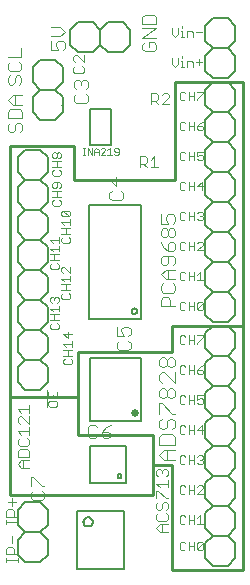
<source format=gto>
G75*
%MOIN*%
%OFA0B0*%
%FSLAX25Y25*%
%IPPOS*%
%LPD*%
%AMOC8*
5,1,8,0,0,1.08239X$1,22.5*
%
%ADD10C,0.00400*%
%ADD11C,0.00300*%
%ADD12C,0.00600*%
%ADD13C,0.01000*%
%ADD14C,0.00500*%
%ADD15C,0.00800*%
%ADD16C,0.02559*%
%ADD17C,0.00200*%
D10*
X0011297Y0026742D02*
X0014366Y0026742D01*
X0015133Y0027509D01*
X0015133Y0029044D01*
X0014366Y0029811D01*
X0014366Y0031346D02*
X0015133Y0031346D01*
X0014366Y0031346D02*
X0011297Y0034415D01*
X0010529Y0034415D01*
X0010529Y0031346D01*
X0011297Y0029811D02*
X0010529Y0029044D01*
X0010529Y0027509D01*
X0011297Y0026742D01*
X0030343Y0047200D02*
X0029575Y0047967D01*
X0029575Y0051037D01*
X0030343Y0051804D01*
X0031877Y0051804D01*
X0032645Y0051037D01*
X0034179Y0049502D02*
X0036481Y0049502D01*
X0037249Y0048735D01*
X0037249Y0047967D01*
X0036481Y0047200D01*
X0034947Y0047200D01*
X0034179Y0047967D01*
X0034179Y0049502D01*
X0035714Y0051037D01*
X0037249Y0051804D01*
X0032645Y0047967D02*
X0031877Y0047200D01*
X0030343Y0047200D01*
X0040047Y0076742D02*
X0043116Y0076742D01*
X0043883Y0077509D01*
X0043883Y0079044D01*
X0043116Y0079811D01*
X0043116Y0081346D02*
X0043883Y0082113D01*
X0043883Y0083648D01*
X0043116Y0084415D01*
X0041581Y0084415D01*
X0040814Y0083648D01*
X0040814Y0082881D01*
X0041581Y0081346D01*
X0039279Y0081346D01*
X0039279Y0084415D01*
X0040047Y0079811D02*
X0039279Y0079044D01*
X0039279Y0077509D01*
X0040047Y0076742D01*
X0053429Y0073491D02*
X0053429Y0071756D01*
X0054296Y0070888D01*
X0055164Y0070888D01*
X0056031Y0071756D01*
X0056031Y0073491D01*
X0056899Y0074358D01*
X0057766Y0074358D01*
X0058633Y0073491D01*
X0058633Y0071756D01*
X0057766Y0070888D01*
X0056899Y0070888D01*
X0056031Y0071756D01*
X0056031Y0073491D02*
X0055164Y0074358D01*
X0054296Y0074358D01*
X0053429Y0073491D01*
X0054296Y0069202D02*
X0053429Y0068334D01*
X0053429Y0066599D01*
X0054296Y0065732D01*
X0054296Y0064045D02*
X0055164Y0064045D01*
X0056031Y0063178D01*
X0056031Y0061443D01*
X0055164Y0060576D01*
X0054296Y0060576D01*
X0053429Y0061443D01*
X0053429Y0063178D01*
X0054296Y0064045D01*
X0056031Y0063178D02*
X0056899Y0064045D01*
X0057766Y0064045D01*
X0058633Y0063178D01*
X0058633Y0061443D01*
X0057766Y0060576D01*
X0056899Y0060576D01*
X0056031Y0061443D01*
X0054296Y0058889D02*
X0057766Y0055419D01*
X0058633Y0055419D01*
X0057766Y0053732D02*
X0058633Y0052865D01*
X0058633Y0051130D01*
X0057766Y0050263D01*
X0057766Y0048576D02*
X0054296Y0048576D01*
X0053429Y0047709D01*
X0053429Y0045106D01*
X0058633Y0045106D01*
X0058633Y0047709D01*
X0057766Y0048576D01*
X0056031Y0051130D02*
X0056031Y0052865D01*
X0056899Y0053732D01*
X0057766Y0053732D01*
X0056031Y0051130D02*
X0055164Y0050263D01*
X0054296Y0050263D01*
X0053429Y0051130D01*
X0053429Y0052865D01*
X0054296Y0053732D01*
X0053429Y0055419D02*
X0053429Y0058889D01*
X0054296Y0058889D01*
X0058633Y0065732D02*
X0055164Y0069202D01*
X0054296Y0069202D01*
X0058633Y0069202D02*
X0058633Y0065732D01*
X0058633Y0043420D02*
X0055164Y0043420D01*
X0053429Y0041685D01*
X0055164Y0039950D01*
X0058633Y0039950D01*
X0056031Y0039950D02*
X0056031Y0043420D01*
X0057099Y0091200D02*
X0057099Y0093502D01*
X0056331Y0094269D01*
X0054797Y0094269D01*
X0054029Y0093502D01*
X0054029Y0091200D01*
X0058633Y0091200D01*
X0057866Y0095804D02*
X0058633Y0096571D01*
X0058633Y0098106D01*
X0057866Y0098873D01*
X0058633Y0100408D02*
X0055564Y0100408D01*
X0054029Y0101942D01*
X0055564Y0103477D01*
X0058633Y0103477D01*
X0057866Y0105012D02*
X0058633Y0105779D01*
X0058633Y0107314D01*
X0057866Y0108081D01*
X0054797Y0108081D01*
X0054029Y0107314D01*
X0054029Y0105779D01*
X0054797Y0105012D01*
X0055564Y0105012D01*
X0056331Y0105779D01*
X0056331Y0108081D01*
X0056331Y0109616D02*
X0056331Y0111918D01*
X0057099Y0112685D01*
X0057866Y0112685D01*
X0058633Y0111918D01*
X0058633Y0110383D01*
X0057866Y0109616D01*
X0056331Y0109616D01*
X0054797Y0111150D01*
X0054029Y0112685D01*
X0054797Y0114220D02*
X0054029Y0114987D01*
X0054029Y0116522D01*
X0054797Y0117289D01*
X0055564Y0117289D01*
X0056331Y0116522D01*
X0056331Y0114987D01*
X0055564Y0114220D01*
X0054797Y0114220D01*
X0056331Y0114987D02*
X0057099Y0114220D01*
X0057866Y0114220D01*
X0058633Y0114987D01*
X0058633Y0116522D01*
X0057866Y0117289D01*
X0057099Y0117289D01*
X0056331Y0116522D01*
X0056331Y0118824D02*
X0055564Y0120358D01*
X0055564Y0121126D01*
X0056331Y0121893D01*
X0057866Y0121893D01*
X0058633Y0121126D01*
X0058633Y0119591D01*
X0057866Y0118824D01*
X0056331Y0118824D02*
X0054029Y0118824D01*
X0054029Y0121893D01*
X0056331Y0103477D02*
X0056331Y0100408D01*
X0054797Y0098873D02*
X0054029Y0098106D01*
X0054029Y0096571D01*
X0054797Y0095804D01*
X0057866Y0095804D01*
X0040616Y0126742D02*
X0041383Y0127509D01*
X0041383Y0129044D01*
X0040616Y0129811D01*
X0039081Y0131346D02*
X0039081Y0134415D01*
X0036779Y0133648D02*
X0039081Y0131346D01*
X0037547Y0129811D02*
X0036779Y0129044D01*
X0036779Y0127509D01*
X0037547Y0126742D01*
X0040616Y0126742D01*
X0041383Y0133648D02*
X0036779Y0133648D01*
X0028866Y0158950D02*
X0029633Y0159717D01*
X0029633Y0161252D01*
X0028866Y0162019D01*
X0028866Y0163554D02*
X0029633Y0164321D01*
X0029633Y0165856D01*
X0028866Y0166623D01*
X0028099Y0166623D01*
X0027331Y0165856D01*
X0027331Y0165089D01*
X0027331Y0165856D02*
X0026564Y0166623D01*
X0025797Y0166623D01*
X0025029Y0165856D01*
X0025029Y0164321D01*
X0025797Y0163554D01*
X0025797Y0162019D02*
X0025029Y0161252D01*
X0025029Y0159717D01*
X0025797Y0158950D01*
X0028866Y0158950D01*
X0021190Y0176670D02*
X0021957Y0177437D01*
X0021957Y0178971D01*
X0021190Y0179739D01*
X0019655Y0179739D01*
X0018888Y0178971D01*
X0018888Y0178204D01*
X0019655Y0176670D01*
X0017353Y0176670D01*
X0017353Y0179739D01*
X0017353Y0181273D02*
X0020423Y0181273D01*
X0021957Y0182808D01*
X0020423Y0184343D01*
X0017353Y0184343D01*
X0007503Y0177414D02*
X0007503Y0174344D01*
X0002899Y0174344D01*
X0003666Y0172810D02*
X0002899Y0172042D01*
X0002899Y0170508D01*
X0003666Y0169740D01*
X0006735Y0169740D01*
X0007503Y0170508D01*
X0007503Y0172042D01*
X0006735Y0172810D01*
X0006735Y0168206D02*
X0005968Y0168206D01*
X0005201Y0167438D01*
X0005201Y0165904D01*
X0004433Y0165136D01*
X0003666Y0165136D01*
X0002899Y0165904D01*
X0002899Y0167438D01*
X0003666Y0168206D01*
X0006735Y0168206D02*
X0007503Y0167438D01*
X0007503Y0165904D01*
X0006735Y0165136D01*
X0007627Y0161551D02*
X0004558Y0161551D01*
X0003024Y0160016D01*
X0004558Y0158482D01*
X0007627Y0158482D01*
X0006860Y0156947D02*
X0003791Y0156947D01*
X0003024Y0156180D01*
X0003024Y0153878D01*
X0007627Y0153878D01*
X0007627Y0156180D01*
X0006860Y0156947D01*
X0005326Y0158482D02*
X0005326Y0161551D01*
X0006093Y0152343D02*
X0006860Y0152343D01*
X0007627Y0151576D01*
X0007627Y0150041D01*
X0006860Y0149274D01*
X0005326Y0150041D02*
X0005326Y0151576D01*
X0006093Y0152343D01*
X0005326Y0150041D02*
X0004558Y0149274D01*
X0003791Y0149274D01*
X0003024Y0150041D01*
X0003024Y0151576D01*
X0003791Y0152343D01*
X0047779Y0176967D02*
X0048547Y0176200D01*
X0051616Y0176200D01*
X0052383Y0176967D01*
X0052383Y0178502D01*
X0051616Y0179269D01*
X0050081Y0179269D01*
X0050081Y0177735D01*
X0048547Y0179269D02*
X0047779Y0178502D01*
X0047779Y0176967D01*
X0047779Y0180804D02*
X0052383Y0183873D01*
X0047779Y0183873D01*
X0047779Y0185408D02*
X0047779Y0187710D01*
X0048547Y0188477D01*
X0051616Y0188477D01*
X0052383Y0187710D01*
X0052383Y0185408D01*
X0047779Y0185408D01*
X0047779Y0180804D02*
X0052383Y0180804D01*
D11*
X0002480Y0007384D02*
X0002480Y0006150D01*
X0002480Y0006767D02*
X0006183Y0006767D01*
X0006183Y0006150D02*
X0006183Y0007384D01*
X0006183Y0008605D02*
X0002480Y0008605D01*
X0002480Y0010457D01*
X0003097Y0011074D01*
X0004332Y0011074D01*
X0004949Y0010457D01*
X0004949Y0008605D01*
X0004332Y0012289D02*
X0004332Y0014757D01*
X0006183Y0018650D02*
X0006183Y0019884D01*
X0006183Y0019267D02*
X0002480Y0019267D01*
X0002480Y0018650D02*
X0002480Y0019884D01*
X0002480Y0021105D02*
X0002480Y0022957D01*
X0003097Y0023574D01*
X0004332Y0023574D01*
X0004949Y0022957D01*
X0004949Y0021105D01*
X0006183Y0021105D02*
X0002480Y0021105D01*
X0004332Y0024789D02*
X0004332Y0027257D01*
X0003097Y0026023D02*
X0005566Y0026023D01*
X0007465Y0037400D02*
X0006230Y0038634D01*
X0007465Y0039869D01*
X0009933Y0039869D01*
X0009933Y0041083D02*
X0009933Y0042935D01*
X0009316Y0043552D01*
X0006847Y0043552D01*
X0006230Y0042935D01*
X0006230Y0041083D01*
X0009933Y0041083D01*
X0008082Y0039869D02*
X0008082Y0037400D01*
X0007465Y0037400D02*
X0009933Y0037400D01*
X0009316Y0044766D02*
X0006847Y0044766D01*
X0006230Y0045383D01*
X0006230Y0046618D01*
X0006847Y0047235D01*
X0007465Y0048449D02*
X0006230Y0049684D01*
X0009933Y0049684D01*
X0009933Y0050918D02*
X0009933Y0048449D01*
X0009316Y0047235D02*
X0009933Y0046618D01*
X0009933Y0045383D01*
X0009316Y0044766D01*
X0009933Y0052133D02*
X0007465Y0054601D01*
X0006847Y0054601D01*
X0006230Y0053984D01*
X0006230Y0052750D01*
X0006847Y0052133D01*
X0007465Y0055816D02*
X0006230Y0057050D01*
X0009933Y0057050D01*
X0009933Y0055816D02*
X0009933Y0058284D01*
X0009933Y0054601D02*
X0009933Y0052133D01*
X0015883Y0057607D02*
X0015883Y0063500D01*
X0016481Y0062638D02*
X0016481Y0060703D01*
X0019383Y0060703D01*
X0019383Y0062638D01*
X0018900Y0059692D02*
X0016965Y0059692D01*
X0016481Y0059208D01*
X0016481Y0058241D01*
X0016965Y0057757D01*
X0018900Y0057757D01*
X0019383Y0058241D01*
X0019383Y0059208D01*
X0018900Y0059692D01*
X0017932Y0060703D02*
X0017932Y0061671D01*
X0021965Y0071864D02*
X0021481Y0072348D01*
X0021481Y0073315D01*
X0021965Y0073799D01*
X0021481Y0074810D02*
X0024383Y0074810D01*
X0023900Y0073799D02*
X0024383Y0073315D01*
X0024383Y0072348D01*
X0023900Y0071864D01*
X0021965Y0071864D01*
X0022932Y0074810D02*
X0022932Y0076745D01*
X0022448Y0077757D02*
X0021481Y0078724D01*
X0024383Y0078724D01*
X0024383Y0077757D02*
X0024383Y0079692D01*
X0024383Y0082155D02*
X0021481Y0082155D01*
X0022932Y0080703D01*
X0022932Y0082638D01*
X0021481Y0076745D02*
X0024383Y0076745D01*
X0019450Y0083650D02*
X0019933Y0084134D01*
X0019933Y0085101D01*
X0019450Y0085585D01*
X0019933Y0086597D02*
X0017031Y0086597D01*
X0017515Y0085585D02*
X0017031Y0085101D01*
X0017031Y0084134D01*
X0017515Y0083650D01*
X0019450Y0083650D01*
X0018482Y0086597D02*
X0018482Y0088531D01*
X0017998Y0089543D02*
X0017031Y0090511D01*
X0019933Y0090511D01*
X0019933Y0091478D02*
X0019933Y0089543D01*
X0019933Y0088531D02*
X0017031Y0088531D01*
X0017515Y0092490D02*
X0017031Y0092973D01*
X0017031Y0093941D01*
X0017515Y0094425D01*
X0017998Y0094425D01*
X0018482Y0093941D01*
X0018966Y0094425D01*
X0019450Y0094425D01*
X0019933Y0093941D01*
X0019933Y0092973D01*
X0019450Y0092490D01*
X0018482Y0093457D02*
X0018482Y0093941D01*
X0020781Y0094134D02*
X0021265Y0093650D01*
X0023200Y0093650D01*
X0023683Y0094134D01*
X0023683Y0095101D01*
X0023200Y0095585D01*
X0023683Y0096597D02*
X0020781Y0096597D01*
X0021265Y0095585D02*
X0020781Y0095101D01*
X0020781Y0094134D01*
X0022232Y0096597D02*
X0022232Y0098531D01*
X0021748Y0099543D02*
X0020781Y0100511D01*
X0023683Y0100511D01*
X0023683Y0101478D02*
X0023683Y0099543D01*
X0023683Y0098531D02*
X0020781Y0098531D01*
X0021265Y0102490D02*
X0020781Y0102973D01*
X0020781Y0103941D01*
X0021265Y0104425D01*
X0021748Y0104425D01*
X0023683Y0102490D01*
X0023683Y0104425D01*
X0023200Y0112400D02*
X0021265Y0112400D01*
X0020781Y0112884D01*
X0020781Y0113851D01*
X0021265Y0114335D01*
X0020781Y0115347D02*
X0023683Y0115347D01*
X0023200Y0114335D02*
X0023683Y0113851D01*
X0023683Y0112884D01*
X0023200Y0112400D01*
X0022232Y0115347D02*
X0022232Y0117281D01*
X0021748Y0118293D02*
X0020781Y0119261D01*
X0023683Y0119261D01*
X0023683Y0120228D02*
X0023683Y0118293D01*
X0023683Y0117281D02*
X0020781Y0117281D01*
X0019933Y0114425D02*
X0019933Y0112490D01*
X0019933Y0113457D02*
X0017031Y0113457D01*
X0017998Y0112490D01*
X0017031Y0110511D02*
X0019933Y0110511D01*
X0019933Y0111478D02*
X0019933Y0109543D01*
X0019933Y0108531D02*
X0017031Y0108531D01*
X0017998Y0109543D02*
X0017031Y0110511D01*
X0018482Y0108531D02*
X0018482Y0106597D01*
X0019450Y0105585D02*
X0019933Y0105101D01*
X0019933Y0104134D01*
X0019450Y0103650D01*
X0017515Y0103650D01*
X0017031Y0104134D01*
X0017031Y0105101D01*
X0017515Y0105585D01*
X0017031Y0106597D02*
X0019933Y0106597D01*
X0021265Y0121240D02*
X0020781Y0121723D01*
X0020781Y0122691D01*
X0021265Y0123175D01*
X0023200Y0121240D01*
X0023683Y0121723D01*
X0023683Y0122691D01*
X0023200Y0123175D01*
X0021265Y0123175D01*
X0021265Y0121240D02*
X0023200Y0121240D01*
X0020150Y0124810D02*
X0020633Y0125294D01*
X0020633Y0126262D01*
X0020150Y0126745D01*
X0020633Y0127757D02*
X0017731Y0127757D01*
X0018215Y0126745D02*
X0017731Y0126262D01*
X0017731Y0125294D01*
X0018215Y0124810D01*
X0020150Y0124810D01*
X0019182Y0127757D02*
X0019182Y0129692D01*
X0018698Y0130703D02*
X0019182Y0131187D01*
X0019182Y0132638D01*
X0018215Y0132638D02*
X0017731Y0132155D01*
X0017731Y0131187D01*
X0018215Y0130703D01*
X0018698Y0130703D01*
X0017731Y0129692D02*
X0020633Y0129692D01*
X0020150Y0130703D02*
X0020633Y0131187D01*
X0020633Y0132155D01*
X0020150Y0132638D01*
X0018215Y0132638D01*
X0018215Y0134810D02*
X0020150Y0134810D01*
X0020633Y0135294D01*
X0020633Y0136262D01*
X0020150Y0136745D01*
X0020633Y0137757D02*
X0017731Y0137757D01*
X0018215Y0136745D02*
X0017731Y0136262D01*
X0017731Y0135294D01*
X0018215Y0134810D01*
X0019182Y0137757D02*
X0019182Y0139692D01*
X0018698Y0140703D02*
X0018215Y0140703D01*
X0017731Y0141187D01*
X0017731Y0142155D01*
X0018215Y0142638D01*
X0018698Y0142638D01*
X0019182Y0142155D01*
X0019182Y0141187D01*
X0018698Y0140703D01*
X0019182Y0141187D02*
X0019666Y0140703D01*
X0020150Y0140703D01*
X0020633Y0141187D01*
X0020633Y0142155D01*
X0020150Y0142638D01*
X0019666Y0142638D01*
X0019182Y0142155D01*
X0017731Y0139692D02*
X0020633Y0139692D01*
X0025347Y0168900D02*
X0027816Y0168900D01*
X0028433Y0169517D01*
X0028433Y0170752D01*
X0027816Y0171369D01*
X0028433Y0172583D02*
X0028433Y0175052D01*
X0025965Y0175052D02*
X0028433Y0172583D01*
X0025965Y0175052D02*
X0025347Y0175052D01*
X0024730Y0174435D01*
X0024730Y0173200D01*
X0025347Y0172583D01*
X0025347Y0171369D02*
X0024730Y0170752D01*
X0024730Y0169517D01*
X0025347Y0168900D01*
X0046855Y0141266D02*
X0046855Y0137563D01*
X0046855Y0138797D02*
X0048706Y0138797D01*
X0049324Y0139414D01*
X0049324Y0140649D01*
X0048706Y0141266D01*
X0046855Y0141266D01*
X0048089Y0138797D02*
X0049324Y0137563D01*
X0050538Y0137563D02*
X0053007Y0137563D01*
X0051772Y0137563D02*
X0051772Y0141266D01*
X0050538Y0140032D01*
X0050620Y0158613D02*
X0050620Y0162317D01*
X0052472Y0162317D01*
X0053089Y0161699D01*
X0053089Y0160465D01*
X0052472Y0159848D01*
X0050620Y0159848D01*
X0051854Y0159848D02*
X0053089Y0158613D01*
X0054303Y0158613D02*
X0056772Y0161082D01*
X0056772Y0161699D01*
X0056155Y0162317D01*
X0054920Y0162317D01*
X0054303Y0161699D01*
X0054303Y0158613D02*
X0056772Y0158613D01*
X0060233Y0160384D02*
X0060717Y0159900D01*
X0061685Y0159900D01*
X0062168Y0160384D01*
X0063180Y0159900D02*
X0063180Y0162802D01*
X0062168Y0162319D02*
X0061685Y0162802D01*
X0060717Y0162802D01*
X0060233Y0162319D01*
X0060233Y0160384D01*
X0063180Y0161351D02*
X0065115Y0161351D01*
X0065115Y0162802D02*
X0065115Y0159900D01*
X0066126Y0159900D02*
X0066126Y0160384D01*
X0068061Y0162319D01*
X0068061Y0162802D01*
X0066126Y0162802D01*
X0064579Y0171150D02*
X0064579Y0172601D01*
X0064095Y0173085D01*
X0062644Y0173085D01*
X0062644Y0171150D01*
X0061647Y0171150D02*
X0060680Y0171150D01*
X0061164Y0171150D02*
X0061164Y0173085D01*
X0060680Y0173085D01*
X0061164Y0174052D02*
X0061164Y0174536D01*
X0059668Y0174052D02*
X0059668Y0172117D01*
X0058701Y0171150D01*
X0057733Y0172117D01*
X0057733Y0174052D01*
X0058701Y0181150D02*
X0057733Y0182117D01*
X0057733Y0184052D01*
X0059668Y0182117D02*
X0058701Y0181150D01*
X0059668Y0182117D02*
X0059668Y0184052D01*
X0060680Y0183085D02*
X0061164Y0183085D01*
X0061164Y0181150D01*
X0061647Y0181150D02*
X0060680Y0181150D01*
X0061164Y0184052D02*
X0061164Y0184536D01*
X0062644Y0183085D02*
X0062644Y0181150D01*
X0062644Y0183085D02*
X0064095Y0183085D01*
X0064579Y0182601D01*
X0064579Y0181150D01*
X0065591Y0182601D02*
X0067526Y0182601D01*
X0066558Y0173569D02*
X0066558Y0171634D01*
X0065591Y0172601D02*
X0067526Y0172601D01*
X0068061Y0152802D02*
X0067094Y0152319D01*
X0066126Y0151351D01*
X0067578Y0151351D01*
X0068061Y0150867D01*
X0068061Y0150384D01*
X0067578Y0149900D01*
X0066610Y0149900D01*
X0066126Y0150384D01*
X0066126Y0151351D01*
X0065115Y0151351D02*
X0063180Y0151351D01*
X0062168Y0150384D02*
X0061685Y0149900D01*
X0060717Y0149900D01*
X0060233Y0150384D01*
X0060233Y0152319D01*
X0060717Y0152802D01*
X0061685Y0152802D01*
X0062168Y0152319D01*
X0063180Y0152802D02*
X0063180Y0149900D01*
X0065115Y0149900D02*
X0065115Y0152802D01*
X0065115Y0142802D02*
X0065115Y0139900D01*
X0065115Y0141351D02*
X0063180Y0141351D01*
X0062168Y0140384D02*
X0061685Y0139900D01*
X0060717Y0139900D01*
X0060233Y0140384D01*
X0060233Y0142319D01*
X0060717Y0142802D01*
X0061685Y0142802D01*
X0062168Y0142319D01*
X0063180Y0142802D02*
X0063180Y0139900D01*
X0066126Y0140384D02*
X0066610Y0139900D01*
X0067578Y0139900D01*
X0068061Y0140384D01*
X0068061Y0141351D01*
X0067578Y0141835D01*
X0067094Y0141835D01*
X0066126Y0141351D01*
X0066126Y0142802D01*
X0068061Y0142802D01*
X0067578Y0132802D02*
X0066126Y0131351D01*
X0068061Y0131351D01*
X0067578Y0129900D02*
X0067578Y0132802D01*
X0065115Y0132802D02*
X0065115Y0129900D01*
X0065115Y0131351D02*
X0063180Y0131351D01*
X0062168Y0130384D02*
X0061685Y0129900D01*
X0060717Y0129900D01*
X0060233Y0130384D01*
X0060233Y0132319D01*
X0060717Y0132802D01*
X0061685Y0132802D01*
X0062168Y0132319D01*
X0063180Y0132802D02*
X0063180Y0129900D01*
X0063180Y0122802D02*
X0063180Y0119900D01*
X0062168Y0120384D02*
X0061685Y0119900D01*
X0060717Y0119900D01*
X0060233Y0120384D01*
X0060233Y0122319D01*
X0060717Y0122802D01*
X0061685Y0122802D01*
X0062168Y0122319D01*
X0063180Y0121351D02*
X0065115Y0121351D01*
X0065115Y0122802D02*
X0065115Y0119900D01*
X0066126Y0120384D02*
X0066610Y0119900D01*
X0067578Y0119900D01*
X0068061Y0120384D01*
X0068061Y0120867D01*
X0067578Y0121351D01*
X0067094Y0121351D01*
X0067578Y0121351D02*
X0068061Y0121835D01*
X0068061Y0122319D01*
X0067578Y0122802D01*
X0066610Y0122802D01*
X0066126Y0122319D01*
X0066610Y0112802D02*
X0066126Y0112319D01*
X0066610Y0112802D02*
X0067578Y0112802D01*
X0068061Y0112319D01*
X0068061Y0111835D01*
X0066126Y0109900D01*
X0068061Y0109900D01*
X0065115Y0109900D02*
X0065115Y0112802D01*
X0065115Y0111351D02*
X0063180Y0111351D01*
X0062168Y0110384D02*
X0061685Y0109900D01*
X0060717Y0109900D01*
X0060233Y0110384D01*
X0060233Y0112319D01*
X0060717Y0112802D01*
X0061685Y0112802D01*
X0062168Y0112319D01*
X0063180Y0112802D02*
X0063180Y0109900D01*
X0063180Y0102802D02*
X0063180Y0099900D01*
X0062168Y0100384D02*
X0061685Y0099900D01*
X0060717Y0099900D01*
X0060233Y0100384D01*
X0060233Y0102319D01*
X0060717Y0102802D01*
X0061685Y0102802D01*
X0062168Y0102319D01*
X0063180Y0101351D02*
X0065115Y0101351D01*
X0065115Y0102802D02*
X0065115Y0099900D01*
X0066126Y0099900D02*
X0068061Y0099900D01*
X0067094Y0099900D02*
X0067094Y0102802D01*
X0066126Y0101835D01*
X0066610Y0092802D02*
X0067578Y0092802D01*
X0068061Y0092319D01*
X0066126Y0090384D01*
X0066610Y0089900D01*
X0067578Y0089900D01*
X0068061Y0090384D01*
X0068061Y0092319D01*
X0066610Y0092802D02*
X0066126Y0092319D01*
X0066126Y0090384D01*
X0065115Y0089900D02*
X0065115Y0092802D01*
X0065115Y0091351D02*
X0063180Y0091351D01*
X0062168Y0090384D02*
X0061685Y0089900D01*
X0060717Y0089900D01*
X0060233Y0090384D01*
X0060233Y0092319D01*
X0060717Y0092802D01*
X0061685Y0092802D01*
X0062168Y0092319D01*
X0063180Y0092802D02*
X0063180Y0089900D01*
X0063180Y0081552D02*
X0063180Y0078650D01*
X0062168Y0079134D02*
X0061685Y0078650D01*
X0060717Y0078650D01*
X0060233Y0079134D01*
X0060233Y0081069D01*
X0060717Y0081552D01*
X0061685Y0081552D01*
X0062168Y0081069D01*
X0063180Y0080101D02*
X0065115Y0080101D01*
X0065115Y0081552D02*
X0065115Y0078650D01*
X0066126Y0078650D02*
X0066126Y0079134D01*
X0068061Y0081069D01*
X0068061Y0081552D01*
X0066126Y0081552D01*
X0065115Y0071552D02*
X0065115Y0068650D01*
X0065115Y0070101D02*
X0063180Y0070101D01*
X0062168Y0069134D02*
X0061685Y0068650D01*
X0060717Y0068650D01*
X0060233Y0069134D01*
X0060233Y0071069D01*
X0060717Y0071552D01*
X0061685Y0071552D01*
X0062168Y0071069D01*
X0063180Y0071552D02*
X0063180Y0068650D01*
X0066126Y0069134D02*
X0066610Y0068650D01*
X0067578Y0068650D01*
X0068061Y0069134D01*
X0068061Y0069617D01*
X0067578Y0070101D01*
X0066126Y0070101D01*
X0066126Y0069134D01*
X0066126Y0070101D02*
X0067094Y0071069D01*
X0068061Y0071552D01*
X0068061Y0061552D02*
X0066126Y0061552D01*
X0066126Y0060101D01*
X0067094Y0060585D01*
X0067578Y0060585D01*
X0068061Y0060101D01*
X0068061Y0059134D01*
X0067578Y0058650D01*
X0066610Y0058650D01*
X0066126Y0059134D01*
X0065115Y0058650D02*
X0065115Y0061552D01*
X0065115Y0060101D02*
X0063180Y0060101D01*
X0062168Y0059134D02*
X0061685Y0058650D01*
X0060717Y0058650D01*
X0060233Y0059134D01*
X0060233Y0061069D01*
X0060717Y0061552D01*
X0061685Y0061552D01*
X0062168Y0061069D01*
X0063180Y0061552D02*
X0063180Y0058650D01*
X0063180Y0051552D02*
X0063180Y0048650D01*
X0062168Y0049134D02*
X0061685Y0048650D01*
X0060717Y0048650D01*
X0060233Y0049134D01*
X0060233Y0051069D01*
X0060717Y0051552D01*
X0061685Y0051552D01*
X0062168Y0051069D01*
X0063180Y0050101D02*
X0065115Y0050101D01*
X0065115Y0051552D02*
X0065115Y0048650D01*
X0066126Y0050101D02*
X0068061Y0050101D01*
X0067578Y0048650D02*
X0067578Y0051552D01*
X0066126Y0050101D01*
X0066610Y0041552D02*
X0067578Y0041552D01*
X0068061Y0041069D01*
X0068061Y0040585D01*
X0067578Y0040101D01*
X0068061Y0039617D01*
X0068061Y0039134D01*
X0067578Y0038650D01*
X0066610Y0038650D01*
X0066126Y0039134D01*
X0067094Y0040101D02*
X0067578Y0040101D01*
X0066610Y0041552D02*
X0066126Y0041069D01*
X0065115Y0041552D02*
X0065115Y0038650D01*
X0065115Y0040101D02*
X0063180Y0040101D01*
X0062168Y0039134D02*
X0061685Y0038650D01*
X0060717Y0038650D01*
X0060233Y0039134D01*
X0060233Y0041069D01*
X0060717Y0041552D01*
X0061685Y0041552D01*
X0062168Y0041069D01*
X0063180Y0041552D02*
X0063180Y0038650D01*
X0063180Y0031552D02*
X0063180Y0028650D01*
X0062168Y0029134D02*
X0061685Y0028650D01*
X0060717Y0028650D01*
X0060233Y0029134D01*
X0060233Y0031069D01*
X0060717Y0031552D01*
X0061685Y0031552D01*
X0062168Y0031069D01*
X0063180Y0030101D02*
X0065115Y0030101D01*
X0065115Y0031552D02*
X0065115Y0028650D01*
X0066126Y0028650D02*
X0068061Y0030585D01*
X0068061Y0031069D01*
X0067578Y0031552D01*
X0066610Y0031552D01*
X0066126Y0031069D01*
X0066126Y0028650D02*
X0068061Y0028650D01*
X0067094Y0021552D02*
X0067094Y0018650D01*
X0068061Y0018650D02*
X0066126Y0018650D01*
X0066126Y0020585D02*
X0067094Y0021552D01*
X0065115Y0021552D02*
X0065115Y0018650D01*
X0065115Y0020101D02*
X0063180Y0020101D01*
X0062168Y0019134D02*
X0061685Y0018650D01*
X0060717Y0018650D01*
X0060233Y0019134D01*
X0060233Y0021069D01*
X0060717Y0021552D01*
X0061685Y0021552D01*
X0062168Y0021069D01*
X0063180Y0021552D02*
X0063180Y0018650D01*
X0063180Y0012802D02*
X0063180Y0009900D01*
X0062168Y0010384D02*
X0061685Y0009900D01*
X0060717Y0009900D01*
X0060233Y0010384D01*
X0060233Y0012319D01*
X0060717Y0012802D01*
X0061685Y0012802D01*
X0062168Y0012319D01*
X0063180Y0011351D02*
X0065115Y0011351D01*
X0065115Y0012802D02*
X0065115Y0009900D01*
X0066126Y0010384D02*
X0068061Y0012319D01*
X0068061Y0010384D01*
X0067578Y0009900D01*
X0066610Y0009900D01*
X0066126Y0010384D01*
X0066126Y0012319D01*
X0066610Y0012802D01*
X0067578Y0012802D01*
X0068061Y0012319D01*
X0056183Y0016150D02*
X0053715Y0016150D01*
X0052480Y0017384D01*
X0053715Y0018619D01*
X0056183Y0018619D01*
X0055566Y0019833D02*
X0056183Y0020450D01*
X0056183Y0021685D01*
X0055566Y0022302D01*
X0055566Y0023516D02*
X0056183Y0024133D01*
X0056183Y0025368D01*
X0055566Y0025985D01*
X0054949Y0025985D01*
X0054332Y0025368D01*
X0054332Y0024133D01*
X0053715Y0023516D01*
X0053097Y0023516D01*
X0052480Y0024133D01*
X0052480Y0025368D01*
X0053097Y0025985D01*
X0052480Y0027199D02*
X0052480Y0029668D01*
X0053097Y0029668D01*
X0055566Y0027199D01*
X0056183Y0027199D01*
X0056183Y0030883D02*
X0056183Y0033351D01*
X0056183Y0032117D02*
X0052480Y0032117D01*
X0053715Y0030883D01*
X0053097Y0034566D02*
X0052480Y0035183D01*
X0052480Y0036417D01*
X0053097Y0037034D01*
X0053715Y0037034D01*
X0054332Y0036417D01*
X0054949Y0037034D01*
X0055566Y0037034D01*
X0056183Y0036417D01*
X0056183Y0035183D01*
X0055566Y0034566D01*
X0054332Y0035800D02*
X0054332Y0036417D01*
X0053097Y0022302D02*
X0052480Y0021685D01*
X0052480Y0020450D01*
X0053097Y0019833D01*
X0055566Y0019833D01*
X0054332Y0018619D02*
X0054332Y0016150D01*
D12*
X0068833Y0017250D02*
X0068833Y0022250D01*
X0071333Y0024750D01*
X0076333Y0024750D01*
X0078833Y0022250D01*
X0078833Y0017250D01*
X0076333Y0014750D01*
X0078833Y0012250D01*
X0078833Y0007250D01*
X0076333Y0004750D01*
X0071333Y0004750D01*
X0068833Y0007250D01*
X0068833Y0012250D01*
X0071333Y0014750D01*
X0068833Y0017250D01*
X0071333Y0014750D02*
X0076333Y0014750D01*
X0076333Y0024750D02*
X0078833Y0027250D01*
X0078833Y0032250D01*
X0076333Y0034750D01*
X0078833Y0037250D01*
X0078833Y0042250D01*
X0076333Y0044750D01*
X0078833Y0047250D01*
X0078833Y0052250D01*
X0076333Y0054750D01*
X0071333Y0054750D01*
X0068833Y0052250D01*
X0068833Y0047250D01*
X0071333Y0044750D01*
X0076333Y0044750D01*
X0076333Y0034750D02*
X0071333Y0034750D01*
X0068833Y0037250D01*
X0068833Y0042250D01*
X0071333Y0044750D01*
X0071333Y0034750D02*
X0068833Y0032250D01*
X0068833Y0027250D01*
X0071333Y0024750D01*
X0071333Y0054750D02*
X0068833Y0057250D01*
X0068833Y0062250D01*
X0071333Y0064750D01*
X0068833Y0067250D01*
X0068833Y0072250D01*
X0071333Y0074750D01*
X0068833Y0077250D01*
X0068833Y0082250D01*
X0071333Y0084750D01*
X0076333Y0084750D01*
X0078833Y0082250D01*
X0078833Y0077250D01*
X0076333Y0074750D01*
X0078833Y0072250D01*
X0078833Y0067250D01*
X0076333Y0064750D01*
X0078833Y0062250D01*
X0078833Y0057250D01*
X0076333Y0054750D01*
X0076333Y0064750D02*
X0071333Y0064750D01*
X0071333Y0074750D02*
X0076333Y0074750D01*
X0076333Y0086000D02*
X0071333Y0086000D01*
X0068833Y0088500D01*
X0068833Y0093500D01*
X0071333Y0096000D01*
X0068833Y0098500D01*
X0068833Y0103500D01*
X0071333Y0106000D01*
X0076333Y0106000D01*
X0078833Y0103500D01*
X0078833Y0098500D01*
X0076333Y0096000D01*
X0078833Y0093500D01*
X0078833Y0088500D01*
X0076333Y0086000D01*
X0076333Y0096000D02*
X0071333Y0096000D01*
X0071333Y0106000D02*
X0068833Y0108500D01*
X0068833Y0113500D01*
X0071333Y0116000D01*
X0068833Y0118500D01*
X0068833Y0123500D01*
X0071333Y0126000D01*
X0068833Y0128500D01*
X0068833Y0133500D01*
X0071333Y0136000D01*
X0076333Y0136000D01*
X0078833Y0133500D01*
X0078833Y0128500D01*
X0076333Y0126000D01*
X0078833Y0123500D01*
X0078833Y0118500D01*
X0076333Y0116000D01*
X0078833Y0113500D01*
X0078833Y0108500D01*
X0076333Y0106000D01*
X0076333Y0116000D02*
X0071333Y0116000D01*
X0071333Y0126000D02*
X0076333Y0126000D01*
X0076333Y0136000D02*
X0078833Y0138500D01*
X0078833Y0143500D01*
X0076333Y0146000D01*
X0078833Y0148500D01*
X0078833Y0153500D01*
X0076333Y0156000D01*
X0078833Y0158500D01*
X0078833Y0163500D01*
X0076333Y0166000D01*
X0071333Y0166000D01*
X0068833Y0163500D01*
X0068833Y0158500D01*
X0071333Y0156000D01*
X0076333Y0156000D01*
X0076333Y0167250D02*
X0078833Y0169750D01*
X0078833Y0174750D01*
X0076333Y0177250D01*
X0078833Y0179750D01*
X0078833Y0184750D01*
X0076333Y0187250D01*
X0071333Y0187250D01*
X0068833Y0184750D01*
X0068833Y0179750D01*
X0071333Y0177250D01*
X0076333Y0177250D01*
X0071333Y0177250D02*
X0068833Y0174750D01*
X0068833Y0169750D01*
X0071333Y0167250D01*
X0076333Y0167250D01*
X0071333Y0156000D02*
X0068833Y0153500D01*
X0068833Y0148500D01*
X0071333Y0146000D01*
X0076333Y0146000D01*
X0071333Y0146000D02*
X0068833Y0143500D01*
X0068833Y0138500D01*
X0071333Y0136000D01*
X0041333Y0176000D02*
X0043833Y0178500D01*
X0043833Y0183500D01*
X0041333Y0186000D01*
X0036333Y0186000D01*
X0033833Y0183500D01*
X0033833Y0178500D01*
X0036333Y0176000D01*
X0041333Y0176000D01*
X0033833Y0178500D02*
X0031333Y0176000D01*
X0026333Y0176000D01*
X0023833Y0178500D01*
X0023833Y0183500D01*
X0026333Y0186000D01*
X0031333Y0186000D01*
X0033833Y0183500D01*
X0021333Y0171000D02*
X0021333Y0166000D01*
X0018833Y0163500D01*
X0021333Y0161000D01*
X0021333Y0156000D01*
X0018833Y0153500D01*
X0013833Y0153500D01*
X0011333Y0156000D01*
X0011333Y0161000D01*
X0013833Y0163500D01*
X0011333Y0166000D01*
X0011333Y0171000D01*
X0013833Y0173500D01*
X0018833Y0173500D01*
X0021333Y0171000D01*
X0018833Y0163500D02*
X0013833Y0163500D01*
X0021158Y0158500D02*
X0021333Y0158500D01*
X0013833Y0143500D02*
X0016333Y0141000D01*
X0016333Y0136000D01*
X0013833Y0133500D01*
X0016333Y0131000D01*
X0016333Y0126000D01*
X0013833Y0123500D01*
X0016333Y0121000D01*
X0016333Y0116000D01*
X0013833Y0113500D01*
X0016333Y0111000D01*
X0016333Y0106000D01*
X0013833Y0103500D01*
X0016333Y0101000D01*
X0016333Y0096000D01*
X0013833Y0093500D01*
X0016333Y0091000D01*
X0016333Y0086000D01*
X0013833Y0083500D01*
X0016333Y0081000D01*
X0016333Y0076000D01*
X0013833Y0073500D01*
X0016333Y0071000D01*
X0016333Y0066000D01*
X0013833Y0063500D01*
X0008833Y0063500D01*
X0006333Y0066000D01*
X0006333Y0071000D01*
X0008833Y0073500D01*
X0006333Y0076000D01*
X0006333Y0081000D01*
X0008833Y0083500D01*
X0013833Y0083500D01*
X0013833Y0073500D02*
X0008833Y0073500D01*
X0008833Y0083500D02*
X0006333Y0086000D01*
X0006333Y0091000D01*
X0008833Y0093500D01*
X0006333Y0096000D01*
X0006333Y0101000D01*
X0008833Y0103500D01*
X0006333Y0106000D01*
X0006333Y0111000D01*
X0008833Y0113500D01*
X0013833Y0113500D01*
X0013833Y0103500D02*
X0008833Y0103500D01*
X0008833Y0093500D02*
X0013833Y0093500D01*
X0008833Y0113500D02*
X0006333Y0116000D01*
X0006333Y0121000D01*
X0008833Y0123500D01*
X0006333Y0126000D01*
X0006333Y0131000D01*
X0008833Y0133500D01*
X0006333Y0136000D01*
X0006333Y0141000D01*
X0008833Y0143500D01*
X0013833Y0143500D01*
X0013833Y0133500D02*
X0008833Y0133500D01*
X0008833Y0123500D02*
X0013833Y0123500D01*
X0013833Y0026000D02*
X0008833Y0026000D01*
X0006333Y0023500D01*
X0006333Y0018500D01*
X0008833Y0016000D01*
X0006333Y0013500D01*
X0006333Y0008500D01*
X0008833Y0006000D01*
X0013833Y0006000D01*
X0016333Y0008500D01*
X0016333Y0013500D01*
X0013833Y0016000D01*
X0008833Y0016000D01*
X0013833Y0016000D02*
X0016333Y0018500D01*
X0016333Y0023500D01*
X0013833Y0026000D01*
D13*
X0003833Y0028500D02*
X0003833Y0061000D01*
X0003833Y0144750D01*
X0025083Y0144750D01*
X0025083Y0133500D01*
X0058833Y0133500D01*
X0058833Y0166000D01*
X0081333Y0166000D01*
X0081333Y0084750D01*
X0057583Y0084750D01*
X0057583Y0076000D01*
X0026333Y0076000D01*
X0026333Y0061000D01*
X0003833Y0061000D01*
X0003833Y0028500D02*
X0051333Y0028500D01*
X0051333Y0038500D01*
X0057583Y0038500D01*
X0057583Y0003500D01*
X0081333Y0003500D01*
X0081333Y0084750D01*
X0051333Y0048500D02*
X0051333Y0038500D01*
X0051333Y0048500D02*
X0026333Y0048500D01*
X0026333Y0061000D01*
D14*
X0030231Y0044602D02*
X0042436Y0044602D01*
X0042436Y0032398D01*
X0030231Y0032398D01*
X0030231Y0044602D01*
X0026156Y0023146D02*
X0041510Y0023146D01*
X0041510Y0003854D01*
X0026156Y0003854D01*
X0026156Y0023146D01*
X0028162Y0019406D02*
X0028164Y0019484D01*
X0028170Y0019561D01*
X0028180Y0019639D01*
X0028193Y0019715D01*
X0028211Y0019791D01*
X0028232Y0019866D01*
X0028258Y0019940D01*
X0028287Y0020012D01*
X0028319Y0020083D01*
X0028355Y0020152D01*
X0028395Y0020219D01*
X0028437Y0020284D01*
X0028484Y0020347D01*
X0028533Y0020407D01*
X0028585Y0020465D01*
X0028640Y0020520D01*
X0028698Y0020572D01*
X0028758Y0020621D01*
X0028821Y0020668D01*
X0028886Y0020710D01*
X0028953Y0020750D01*
X0029022Y0020786D01*
X0029093Y0020818D01*
X0029165Y0020847D01*
X0029239Y0020873D01*
X0029314Y0020894D01*
X0029390Y0020912D01*
X0029466Y0020925D01*
X0029544Y0020935D01*
X0029621Y0020941D01*
X0029699Y0020943D01*
X0029777Y0020941D01*
X0029854Y0020935D01*
X0029932Y0020925D01*
X0030008Y0020912D01*
X0030084Y0020894D01*
X0030159Y0020873D01*
X0030233Y0020847D01*
X0030305Y0020818D01*
X0030376Y0020786D01*
X0030445Y0020750D01*
X0030512Y0020710D01*
X0030577Y0020668D01*
X0030640Y0020621D01*
X0030700Y0020572D01*
X0030758Y0020520D01*
X0030813Y0020465D01*
X0030865Y0020407D01*
X0030914Y0020347D01*
X0030961Y0020284D01*
X0031003Y0020219D01*
X0031043Y0020152D01*
X0031079Y0020083D01*
X0031111Y0020012D01*
X0031140Y0019940D01*
X0031166Y0019866D01*
X0031187Y0019791D01*
X0031205Y0019715D01*
X0031218Y0019639D01*
X0031228Y0019561D01*
X0031234Y0019484D01*
X0031236Y0019406D01*
X0031234Y0019328D01*
X0031228Y0019251D01*
X0031218Y0019173D01*
X0031205Y0019097D01*
X0031187Y0019021D01*
X0031166Y0018946D01*
X0031140Y0018872D01*
X0031111Y0018800D01*
X0031079Y0018729D01*
X0031043Y0018660D01*
X0031003Y0018593D01*
X0030961Y0018528D01*
X0030914Y0018465D01*
X0030865Y0018405D01*
X0030813Y0018347D01*
X0030758Y0018292D01*
X0030700Y0018240D01*
X0030640Y0018191D01*
X0030577Y0018144D01*
X0030512Y0018102D01*
X0030445Y0018062D01*
X0030376Y0018026D01*
X0030305Y0017994D01*
X0030233Y0017965D01*
X0030159Y0017939D01*
X0030084Y0017918D01*
X0030008Y0017900D01*
X0029932Y0017887D01*
X0029854Y0017877D01*
X0029777Y0017871D01*
X0029699Y0017869D01*
X0029621Y0017871D01*
X0029544Y0017877D01*
X0029466Y0017887D01*
X0029390Y0017900D01*
X0029314Y0017918D01*
X0029239Y0017939D01*
X0029165Y0017965D01*
X0029093Y0017994D01*
X0029022Y0018026D01*
X0028953Y0018062D01*
X0028886Y0018102D01*
X0028821Y0018144D01*
X0028758Y0018191D01*
X0028698Y0018240D01*
X0028640Y0018292D01*
X0028585Y0018347D01*
X0028533Y0018405D01*
X0028484Y0018465D01*
X0028437Y0018528D01*
X0028395Y0018593D01*
X0028355Y0018660D01*
X0028319Y0018729D01*
X0028287Y0018800D01*
X0028258Y0018872D01*
X0028232Y0018946D01*
X0028211Y0019021D01*
X0028193Y0019097D01*
X0028180Y0019173D01*
X0028170Y0019251D01*
X0028164Y0019328D01*
X0028162Y0019406D01*
X0039532Y0034661D02*
X0039534Y0034711D01*
X0039540Y0034761D01*
X0039550Y0034810D01*
X0039563Y0034859D01*
X0039581Y0034906D01*
X0039602Y0034952D01*
X0039626Y0034995D01*
X0039654Y0035037D01*
X0039685Y0035077D01*
X0039719Y0035114D01*
X0039756Y0035148D01*
X0039796Y0035179D01*
X0039838Y0035207D01*
X0039881Y0035231D01*
X0039927Y0035252D01*
X0039974Y0035270D01*
X0040023Y0035283D01*
X0040072Y0035293D01*
X0040122Y0035299D01*
X0040172Y0035301D01*
X0040222Y0035299D01*
X0040272Y0035293D01*
X0040321Y0035283D01*
X0040370Y0035270D01*
X0040417Y0035252D01*
X0040463Y0035231D01*
X0040506Y0035207D01*
X0040548Y0035179D01*
X0040588Y0035148D01*
X0040625Y0035114D01*
X0040659Y0035077D01*
X0040690Y0035037D01*
X0040718Y0034995D01*
X0040742Y0034952D01*
X0040763Y0034906D01*
X0040781Y0034859D01*
X0040794Y0034810D01*
X0040804Y0034761D01*
X0040810Y0034711D01*
X0040812Y0034661D01*
X0040810Y0034611D01*
X0040804Y0034561D01*
X0040794Y0034512D01*
X0040781Y0034463D01*
X0040763Y0034416D01*
X0040742Y0034370D01*
X0040718Y0034327D01*
X0040690Y0034285D01*
X0040659Y0034245D01*
X0040625Y0034208D01*
X0040588Y0034174D01*
X0040548Y0034143D01*
X0040506Y0034115D01*
X0040463Y0034091D01*
X0040417Y0034070D01*
X0040370Y0034052D01*
X0040321Y0034039D01*
X0040272Y0034029D01*
X0040222Y0034023D01*
X0040172Y0034021D01*
X0040122Y0034023D01*
X0040072Y0034029D01*
X0040023Y0034039D01*
X0039974Y0034052D01*
X0039927Y0034070D01*
X0039881Y0034091D01*
X0039838Y0034115D01*
X0039796Y0034143D01*
X0039756Y0034174D01*
X0039719Y0034208D01*
X0039685Y0034245D01*
X0039654Y0034285D01*
X0039626Y0034327D01*
X0039602Y0034370D01*
X0039581Y0034416D01*
X0039563Y0034463D01*
X0039550Y0034512D01*
X0039540Y0034561D01*
X0039534Y0034611D01*
X0039532Y0034661D01*
X0047495Y0086906D02*
X0030172Y0086906D01*
X0030172Y0125094D01*
X0047495Y0125094D01*
X0047495Y0086906D01*
X0044253Y0089661D02*
X0044255Y0089720D01*
X0044261Y0089778D01*
X0044271Y0089836D01*
X0044284Y0089893D01*
X0044302Y0089950D01*
X0044323Y0090005D01*
X0044348Y0090058D01*
X0044376Y0090109D01*
X0044407Y0090159D01*
X0044442Y0090206D01*
X0044480Y0090251D01*
X0044521Y0090294D01*
X0044565Y0090333D01*
X0044611Y0090369D01*
X0044659Y0090403D01*
X0044710Y0090433D01*
X0044763Y0090459D01*
X0044817Y0090482D01*
X0044872Y0090501D01*
X0044929Y0090517D01*
X0044987Y0090529D01*
X0045045Y0090537D01*
X0045104Y0090541D01*
X0045162Y0090541D01*
X0045221Y0090537D01*
X0045279Y0090529D01*
X0045337Y0090517D01*
X0045394Y0090501D01*
X0045449Y0090482D01*
X0045503Y0090459D01*
X0045556Y0090433D01*
X0045607Y0090403D01*
X0045655Y0090369D01*
X0045701Y0090333D01*
X0045745Y0090294D01*
X0045786Y0090251D01*
X0045824Y0090206D01*
X0045859Y0090159D01*
X0045890Y0090109D01*
X0045918Y0090058D01*
X0045943Y0090005D01*
X0045964Y0089950D01*
X0045982Y0089893D01*
X0045995Y0089836D01*
X0046005Y0089778D01*
X0046011Y0089720D01*
X0046013Y0089661D01*
X0046011Y0089602D01*
X0046005Y0089544D01*
X0045995Y0089486D01*
X0045982Y0089429D01*
X0045964Y0089372D01*
X0045943Y0089317D01*
X0045918Y0089264D01*
X0045890Y0089213D01*
X0045859Y0089163D01*
X0045824Y0089116D01*
X0045786Y0089071D01*
X0045745Y0089028D01*
X0045701Y0088989D01*
X0045655Y0088953D01*
X0045607Y0088919D01*
X0045556Y0088889D01*
X0045503Y0088863D01*
X0045449Y0088840D01*
X0045394Y0088821D01*
X0045337Y0088805D01*
X0045279Y0088793D01*
X0045221Y0088785D01*
X0045162Y0088781D01*
X0045104Y0088781D01*
X0045045Y0088785D01*
X0044987Y0088793D01*
X0044929Y0088805D01*
X0044872Y0088821D01*
X0044817Y0088840D01*
X0044763Y0088863D01*
X0044710Y0088889D01*
X0044659Y0088919D01*
X0044611Y0088953D01*
X0044565Y0088989D01*
X0044521Y0089028D01*
X0044480Y0089071D01*
X0044442Y0089116D01*
X0044407Y0089163D01*
X0044376Y0089213D01*
X0044348Y0089264D01*
X0044323Y0089317D01*
X0044302Y0089372D01*
X0044284Y0089429D01*
X0044271Y0089486D01*
X0044261Y0089544D01*
X0044255Y0089602D01*
X0044253Y0089661D01*
X0037278Y0145094D02*
X0030388Y0145094D01*
X0030388Y0156906D01*
X0037278Y0156906D01*
X0037278Y0145094D01*
D15*
X0030369Y0074130D02*
X0030369Y0052870D01*
X0047298Y0052870D01*
X0047298Y0074130D01*
X0030369Y0074130D01*
D16*
X0045231Y0055823D03*
D17*
X0039479Y0141742D02*
X0038745Y0141742D01*
X0038378Y0142109D01*
X0038745Y0142843D02*
X0038378Y0143210D01*
X0038378Y0143577D01*
X0038745Y0143944D01*
X0039479Y0143944D01*
X0039846Y0143577D01*
X0039846Y0142109D01*
X0039479Y0141742D01*
X0039846Y0142843D02*
X0038745Y0142843D01*
X0037636Y0141742D02*
X0036168Y0141742D01*
X0036902Y0141742D02*
X0036902Y0143944D01*
X0036168Y0143210D01*
X0035426Y0143210D02*
X0035426Y0143577D01*
X0035059Y0143944D01*
X0034325Y0143944D01*
X0033958Y0143577D01*
X0033216Y0143210D02*
X0033216Y0141742D01*
X0033958Y0141742D02*
X0035426Y0143210D01*
X0035426Y0141742D02*
X0033958Y0141742D01*
X0033216Y0142843D02*
X0031749Y0142843D01*
X0031749Y0143210D02*
X0032483Y0143944D01*
X0033216Y0143210D01*
X0031749Y0143210D02*
X0031749Y0141742D01*
X0031007Y0141742D02*
X0031007Y0143944D01*
X0029539Y0143944D02*
X0031007Y0141742D01*
X0029539Y0141742D02*
X0029539Y0143944D01*
X0028799Y0143944D02*
X0028065Y0143944D01*
X0028432Y0143944D02*
X0028432Y0141742D01*
X0028065Y0141742D02*
X0028799Y0141742D01*
M02*

</source>
